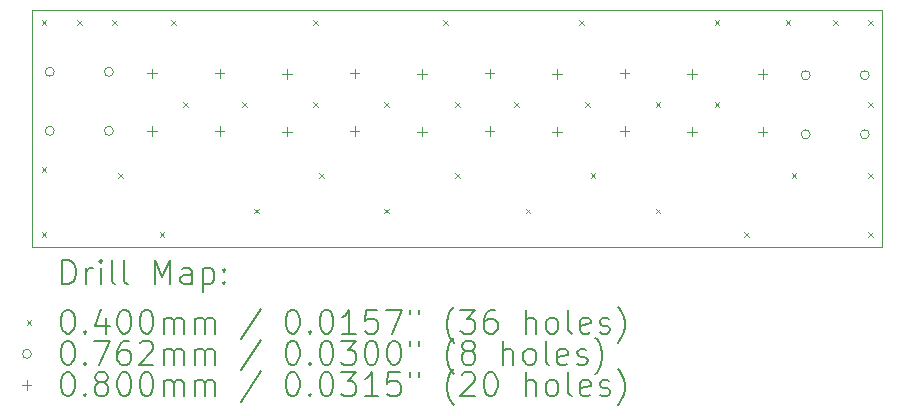
<source format=gbr>
%TF.GenerationSoftware,KiCad,Pcbnew,7.0.7*%
%TF.CreationDate,2023-10-22T19:41:07-04:00*%
%TF.ProjectId,CrystalFilterLarge,43727973-7461-46c4-9669-6c7465724c61,rev?*%
%TF.SameCoordinates,PXddf73b40PY3fe56c0*%
%TF.FileFunction,Drillmap*%
%TF.FilePolarity,Positive*%
%FSLAX45Y45*%
G04 Gerber Fmt 4.5, Leading zero omitted, Abs format (unit mm)*
G04 Created by KiCad (PCBNEW 7.0.7) date 2023-10-22 19:41:07*
%MOMM*%
%LPD*%
G01*
G04 APERTURE LIST*
%ADD10C,0.100000*%
%ADD11C,0.200000*%
%ADD12C,0.040000*%
%ADD13C,0.076200*%
%ADD14C,0.080000*%
G04 APERTURE END LIST*
D10*
X7200000Y-2000000D02*
X7200000Y0D01*
X0Y0D02*
X0Y-2000000D01*
X0Y-2000000D02*
X7200000Y-2000000D01*
X7200000Y0D02*
X0Y0D01*
D11*
D12*
X80000Y-80000D02*
X120000Y-120000D01*
X120000Y-80000D02*
X80000Y-120000D01*
X80000Y-1330000D02*
X120000Y-1370000D01*
X120000Y-1330000D02*
X80000Y-1370000D01*
X80000Y-1880000D02*
X120000Y-1920000D01*
X120000Y-1880000D02*
X80000Y-1920000D01*
X380000Y-80000D02*
X420000Y-120000D01*
X420000Y-80000D02*
X380000Y-120000D01*
X680000Y-80000D02*
X720000Y-120000D01*
X720000Y-80000D02*
X680000Y-120000D01*
X730000Y-1380000D02*
X770000Y-1420000D01*
X770000Y-1380000D02*
X730000Y-1420000D01*
X1080000Y-1880000D02*
X1120000Y-1920000D01*
X1120000Y-1880000D02*
X1080000Y-1920000D01*
X1180000Y-80000D02*
X1220000Y-120000D01*
X1220000Y-80000D02*
X1180000Y-120000D01*
X1280000Y-780000D02*
X1320000Y-820000D01*
X1320000Y-780000D02*
X1280000Y-820000D01*
X1780000Y-780000D02*
X1820000Y-820000D01*
X1820000Y-780000D02*
X1780000Y-820000D01*
X1880000Y-1680000D02*
X1920000Y-1720000D01*
X1920000Y-1680000D02*
X1880000Y-1720000D01*
X2380000Y-80000D02*
X2420000Y-120000D01*
X2420000Y-80000D02*
X2380000Y-120000D01*
X2380000Y-780000D02*
X2420000Y-820000D01*
X2420000Y-780000D02*
X2380000Y-820000D01*
X2430000Y-1380000D02*
X2470000Y-1420000D01*
X2470000Y-1380000D02*
X2430000Y-1420000D01*
X2980000Y-780000D02*
X3020000Y-820000D01*
X3020000Y-780000D02*
X2980000Y-820000D01*
X2980000Y-1680000D02*
X3020000Y-1720000D01*
X3020000Y-1680000D02*
X2980000Y-1720000D01*
X3480000Y-80000D02*
X3520000Y-120000D01*
X3520000Y-80000D02*
X3480000Y-120000D01*
X3580000Y-780000D02*
X3620000Y-820000D01*
X3620000Y-780000D02*
X3580000Y-820000D01*
X3580000Y-1380000D02*
X3620000Y-1420000D01*
X3620000Y-1380000D02*
X3580000Y-1420000D01*
X4080000Y-780000D02*
X4120000Y-820000D01*
X4120000Y-780000D02*
X4080000Y-820000D01*
X4180000Y-1680000D02*
X4220000Y-1720000D01*
X4220000Y-1680000D02*
X4180000Y-1720000D01*
X4630000Y-80000D02*
X4670000Y-120000D01*
X4670000Y-80000D02*
X4630000Y-120000D01*
X4680000Y-780000D02*
X4720000Y-820000D01*
X4720000Y-780000D02*
X4680000Y-820000D01*
X4730000Y-1380000D02*
X4770000Y-1420000D01*
X4770000Y-1380000D02*
X4730000Y-1420000D01*
X5280000Y-780000D02*
X5320000Y-820000D01*
X5320000Y-780000D02*
X5280000Y-820000D01*
X5280000Y-1680000D02*
X5320000Y-1720000D01*
X5320000Y-1680000D02*
X5280000Y-1720000D01*
X5780000Y-80000D02*
X5820000Y-120000D01*
X5820000Y-80000D02*
X5780000Y-120000D01*
X5780000Y-780000D02*
X5820000Y-820000D01*
X5820000Y-780000D02*
X5780000Y-820000D01*
X6030000Y-1880000D02*
X6070000Y-1920000D01*
X6070000Y-1880000D02*
X6030000Y-1920000D01*
X6380000Y-80000D02*
X6420000Y-120000D01*
X6420000Y-80000D02*
X6380000Y-120000D01*
X6430000Y-1380000D02*
X6470000Y-1420000D01*
X6470000Y-1380000D02*
X6430000Y-1420000D01*
X6780000Y-80000D02*
X6820000Y-120000D01*
X6820000Y-80000D02*
X6780000Y-120000D01*
X7080000Y-80000D02*
X7120000Y-120000D01*
X7120000Y-80000D02*
X7080000Y-120000D01*
X7080000Y-780000D02*
X7120000Y-820000D01*
X7120000Y-780000D02*
X7080000Y-820000D01*
X7080000Y-1380000D02*
X7120000Y-1420000D01*
X7120000Y-1380000D02*
X7080000Y-1420000D01*
X7080000Y-1880000D02*
X7120000Y-1920000D01*
X7120000Y-1880000D02*
X7080000Y-1920000D01*
D13*
X188100Y-520000D02*
G75*
G03*
X188100Y-520000I-38100J0D01*
G01*
X188100Y-1020000D02*
G75*
G03*
X188100Y-1020000I-38100J0D01*
G01*
X688100Y-520000D02*
G75*
G03*
X688100Y-520000I-38100J0D01*
G01*
X688100Y-1020000D02*
G75*
G03*
X688100Y-1020000I-38100J0D01*
G01*
X6588100Y-550000D02*
G75*
G03*
X6588100Y-550000I-38100J0D01*
G01*
X6588100Y-1050000D02*
G75*
G03*
X6588100Y-1050000I-38100J0D01*
G01*
X7088100Y-550000D02*
G75*
G03*
X7088100Y-550000I-38100J0D01*
G01*
X7088100Y-1050000D02*
G75*
G03*
X7088100Y-1050000I-38100J0D01*
G01*
D14*
X1016800Y-492800D02*
X1016800Y-572800D01*
X976800Y-532800D02*
X1056800Y-532800D01*
X1016800Y-982800D02*
X1016800Y-1062800D01*
X976800Y-1022800D02*
X1056800Y-1022800D01*
X1588300Y-492800D02*
X1588300Y-572800D01*
X1548300Y-532800D02*
X1628300Y-532800D01*
X1588300Y-982800D02*
X1588300Y-1062800D01*
X1548300Y-1022800D02*
X1628300Y-1022800D01*
X2159800Y-497800D02*
X2159800Y-577800D01*
X2119800Y-537800D02*
X2199800Y-537800D01*
X2159800Y-987800D02*
X2159800Y-1067800D01*
X2119800Y-1027800D02*
X2199800Y-1027800D01*
X2731300Y-492800D02*
X2731300Y-572800D01*
X2691300Y-532800D02*
X2771300Y-532800D01*
X2731300Y-982800D02*
X2731300Y-1062800D01*
X2691300Y-1022800D02*
X2771300Y-1022800D01*
X3302800Y-497800D02*
X3302800Y-577800D01*
X3262800Y-537800D02*
X3342800Y-537800D01*
X3302800Y-987800D02*
X3302800Y-1067800D01*
X3262800Y-1027800D02*
X3342800Y-1027800D01*
X3874300Y-492800D02*
X3874300Y-572800D01*
X3834300Y-532800D02*
X3914300Y-532800D01*
X3874300Y-982800D02*
X3874300Y-1062800D01*
X3834300Y-1022800D02*
X3914300Y-1022800D01*
X4445800Y-497800D02*
X4445800Y-577800D01*
X4405800Y-537800D02*
X4485800Y-537800D01*
X4445800Y-987800D02*
X4445800Y-1067800D01*
X4405800Y-1027800D02*
X4485800Y-1027800D01*
X5017300Y-492800D02*
X5017300Y-572800D01*
X4977300Y-532800D02*
X5057300Y-532800D01*
X5017300Y-982800D02*
X5017300Y-1062800D01*
X4977300Y-1022800D02*
X5057300Y-1022800D01*
X5588800Y-497800D02*
X5588800Y-577800D01*
X5548800Y-537800D02*
X5628800Y-537800D01*
X5588800Y-987800D02*
X5588800Y-1067800D01*
X5548800Y-1027800D02*
X5628800Y-1027800D01*
X6185700Y-497800D02*
X6185700Y-577800D01*
X6145700Y-537800D02*
X6225700Y-537800D01*
X6185700Y-987800D02*
X6185700Y-1067800D01*
X6145700Y-1027800D02*
X6225700Y-1027800D01*
D11*
X255777Y-2316484D02*
X255777Y-2116484D01*
X255777Y-2116484D02*
X303396Y-2116484D01*
X303396Y-2116484D02*
X331967Y-2126008D01*
X331967Y-2126008D02*
X351015Y-2145055D01*
X351015Y-2145055D02*
X360539Y-2164103D01*
X360539Y-2164103D02*
X370063Y-2202198D01*
X370063Y-2202198D02*
X370063Y-2230770D01*
X370063Y-2230770D02*
X360539Y-2268865D01*
X360539Y-2268865D02*
X351015Y-2287912D01*
X351015Y-2287912D02*
X331967Y-2306960D01*
X331967Y-2306960D02*
X303396Y-2316484D01*
X303396Y-2316484D02*
X255777Y-2316484D01*
X455777Y-2316484D02*
X455777Y-2183150D01*
X455777Y-2221246D02*
X465301Y-2202198D01*
X465301Y-2202198D02*
X474824Y-2192674D01*
X474824Y-2192674D02*
X493872Y-2183150D01*
X493872Y-2183150D02*
X512920Y-2183150D01*
X579586Y-2316484D02*
X579586Y-2183150D01*
X579586Y-2116484D02*
X570063Y-2126008D01*
X570063Y-2126008D02*
X579586Y-2135531D01*
X579586Y-2135531D02*
X589110Y-2126008D01*
X589110Y-2126008D02*
X579586Y-2116484D01*
X579586Y-2116484D02*
X579586Y-2135531D01*
X703396Y-2316484D02*
X684348Y-2306960D01*
X684348Y-2306960D02*
X674825Y-2287912D01*
X674825Y-2287912D02*
X674825Y-2116484D01*
X808158Y-2316484D02*
X789110Y-2306960D01*
X789110Y-2306960D02*
X779586Y-2287912D01*
X779586Y-2287912D02*
X779586Y-2116484D01*
X1036729Y-2316484D02*
X1036729Y-2116484D01*
X1036729Y-2116484D02*
X1103396Y-2259341D01*
X1103396Y-2259341D02*
X1170063Y-2116484D01*
X1170063Y-2116484D02*
X1170063Y-2316484D01*
X1351015Y-2316484D02*
X1351015Y-2211722D01*
X1351015Y-2211722D02*
X1341491Y-2192674D01*
X1341491Y-2192674D02*
X1322444Y-2183150D01*
X1322444Y-2183150D02*
X1284348Y-2183150D01*
X1284348Y-2183150D02*
X1265301Y-2192674D01*
X1351015Y-2306960D02*
X1331967Y-2316484D01*
X1331967Y-2316484D02*
X1284348Y-2316484D01*
X1284348Y-2316484D02*
X1265301Y-2306960D01*
X1265301Y-2306960D02*
X1255777Y-2287912D01*
X1255777Y-2287912D02*
X1255777Y-2268865D01*
X1255777Y-2268865D02*
X1265301Y-2249817D01*
X1265301Y-2249817D02*
X1284348Y-2240293D01*
X1284348Y-2240293D02*
X1331967Y-2240293D01*
X1331967Y-2240293D02*
X1351015Y-2230770D01*
X1446253Y-2183150D02*
X1446253Y-2383150D01*
X1446253Y-2192674D02*
X1465301Y-2183150D01*
X1465301Y-2183150D02*
X1503396Y-2183150D01*
X1503396Y-2183150D02*
X1522444Y-2192674D01*
X1522444Y-2192674D02*
X1531967Y-2202198D01*
X1531967Y-2202198D02*
X1541491Y-2221246D01*
X1541491Y-2221246D02*
X1541491Y-2278389D01*
X1541491Y-2278389D02*
X1531967Y-2297436D01*
X1531967Y-2297436D02*
X1522444Y-2306960D01*
X1522444Y-2306960D02*
X1503396Y-2316484D01*
X1503396Y-2316484D02*
X1465301Y-2316484D01*
X1465301Y-2316484D02*
X1446253Y-2306960D01*
X1627205Y-2297436D02*
X1636729Y-2306960D01*
X1636729Y-2306960D02*
X1627205Y-2316484D01*
X1627205Y-2316484D02*
X1617682Y-2306960D01*
X1617682Y-2306960D02*
X1627205Y-2297436D01*
X1627205Y-2297436D02*
X1627205Y-2316484D01*
X1627205Y-2192674D02*
X1636729Y-2202198D01*
X1636729Y-2202198D02*
X1627205Y-2211722D01*
X1627205Y-2211722D02*
X1617682Y-2202198D01*
X1617682Y-2202198D02*
X1627205Y-2192674D01*
X1627205Y-2192674D02*
X1627205Y-2211722D01*
D12*
X-45000Y-2625000D02*
X-5000Y-2665000D01*
X-5000Y-2625000D02*
X-45000Y-2665000D01*
D11*
X293872Y-2536484D02*
X312920Y-2536484D01*
X312920Y-2536484D02*
X331967Y-2546008D01*
X331967Y-2546008D02*
X341491Y-2555531D01*
X341491Y-2555531D02*
X351015Y-2574579D01*
X351015Y-2574579D02*
X360539Y-2612674D01*
X360539Y-2612674D02*
X360539Y-2660293D01*
X360539Y-2660293D02*
X351015Y-2698389D01*
X351015Y-2698389D02*
X341491Y-2717436D01*
X341491Y-2717436D02*
X331967Y-2726960D01*
X331967Y-2726960D02*
X312920Y-2736484D01*
X312920Y-2736484D02*
X293872Y-2736484D01*
X293872Y-2736484D02*
X274825Y-2726960D01*
X274825Y-2726960D02*
X265301Y-2717436D01*
X265301Y-2717436D02*
X255777Y-2698389D01*
X255777Y-2698389D02*
X246253Y-2660293D01*
X246253Y-2660293D02*
X246253Y-2612674D01*
X246253Y-2612674D02*
X255777Y-2574579D01*
X255777Y-2574579D02*
X265301Y-2555531D01*
X265301Y-2555531D02*
X274825Y-2546008D01*
X274825Y-2546008D02*
X293872Y-2536484D01*
X446253Y-2717436D02*
X455777Y-2726960D01*
X455777Y-2726960D02*
X446253Y-2736484D01*
X446253Y-2736484D02*
X436729Y-2726960D01*
X436729Y-2726960D02*
X446253Y-2717436D01*
X446253Y-2717436D02*
X446253Y-2736484D01*
X627206Y-2603150D02*
X627206Y-2736484D01*
X579586Y-2526960D02*
X531967Y-2669817D01*
X531967Y-2669817D02*
X655777Y-2669817D01*
X770063Y-2536484D02*
X789110Y-2536484D01*
X789110Y-2536484D02*
X808158Y-2546008D01*
X808158Y-2546008D02*
X817682Y-2555531D01*
X817682Y-2555531D02*
X827205Y-2574579D01*
X827205Y-2574579D02*
X836729Y-2612674D01*
X836729Y-2612674D02*
X836729Y-2660293D01*
X836729Y-2660293D02*
X827205Y-2698389D01*
X827205Y-2698389D02*
X817682Y-2717436D01*
X817682Y-2717436D02*
X808158Y-2726960D01*
X808158Y-2726960D02*
X789110Y-2736484D01*
X789110Y-2736484D02*
X770063Y-2736484D01*
X770063Y-2736484D02*
X751015Y-2726960D01*
X751015Y-2726960D02*
X741491Y-2717436D01*
X741491Y-2717436D02*
X731967Y-2698389D01*
X731967Y-2698389D02*
X722444Y-2660293D01*
X722444Y-2660293D02*
X722444Y-2612674D01*
X722444Y-2612674D02*
X731967Y-2574579D01*
X731967Y-2574579D02*
X741491Y-2555531D01*
X741491Y-2555531D02*
X751015Y-2546008D01*
X751015Y-2546008D02*
X770063Y-2536484D01*
X960539Y-2536484D02*
X979586Y-2536484D01*
X979586Y-2536484D02*
X998634Y-2546008D01*
X998634Y-2546008D02*
X1008158Y-2555531D01*
X1008158Y-2555531D02*
X1017682Y-2574579D01*
X1017682Y-2574579D02*
X1027205Y-2612674D01*
X1027205Y-2612674D02*
X1027205Y-2660293D01*
X1027205Y-2660293D02*
X1017682Y-2698389D01*
X1017682Y-2698389D02*
X1008158Y-2717436D01*
X1008158Y-2717436D02*
X998634Y-2726960D01*
X998634Y-2726960D02*
X979586Y-2736484D01*
X979586Y-2736484D02*
X960539Y-2736484D01*
X960539Y-2736484D02*
X941491Y-2726960D01*
X941491Y-2726960D02*
X931967Y-2717436D01*
X931967Y-2717436D02*
X922444Y-2698389D01*
X922444Y-2698389D02*
X912920Y-2660293D01*
X912920Y-2660293D02*
X912920Y-2612674D01*
X912920Y-2612674D02*
X922444Y-2574579D01*
X922444Y-2574579D02*
X931967Y-2555531D01*
X931967Y-2555531D02*
X941491Y-2546008D01*
X941491Y-2546008D02*
X960539Y-2536484D01*
X1112920Y-2736484D02*
X1112920Y-2603150D01*
X1112920Y-2622198D02*
X1122444Y-2612674D01*
X1122444Y-2612674D02*
X1141491Y-2603150D01*
X1141491Y-2603150D02*
X1170063Y-2603150D01*
X1170063Y-2603150D02*
X1189110Y-2612674D01*
X1189110Y-2612674D02*
X1198634Y-2631722D01*
X1198634Y-2631722D02*
X1198634Y-2736484D01*
X1198634Y-2631722D02*
X1208158Y-2612674D01*
X1208158Y-2612674D02*
X1227206Y-2603150D01*
X1227206Y-2603150D02*
X1255777Y-2603150D01*
X1255777Y-2603150D02*
X1274825Y-2612674D01*
X1274825Y-2612674D02*
X1284348Y-2631722D01*
X1284348Y-2631722D02*
X1284348Y-2736484D01*
X1379587Y-2736484D02*
X1379587Y-2603150D01*
X1379587Y-2622198D02*
X1389110Y-2612674D01*
X1389110Y-2612674D02*
X1408158Y-2603150D01*
X1408158Y-2603150D02*
X1436729Y-2603150D01*
X1436729Y-2603150D02*
X1455777Y-2612674D01*
X1455777Y-2612674D02*
X1465301Y-2631722D01*
X1465301Y-2631722D02*
X1465301Y-2736484D01*
X1465301Y-2631722D02*
X1474825Y-2612674D01*
X1474825Y-2612674D02*
X1493872Y-2603150D01*
X1493872Y-2603150D02*
X1522444Y-2603150D01*
X1522444Y-2603150D02*
X1541491Y-2612674D01*
X1541491Y-2612674D02*
X1551015Y-2631722D01*
X1551015Y-2631722D02*
X1551015Y-2736484D01*
X1941491Y-2526960D02*
X1770063Y-2784103D01*
X2198634Y-2536484D02*
X2217682Y-2536484D01*
X2217682Y-2536484D02*
X2236730Y-2546008D01*
X2236730Y-2546008D02*
X2246253Y-2555531D01*
X2246253Y-2555531D02*
X2255777Y-2574579D01*
X2255777Y-2574579D02*
X2265301Y-2612674D01*
X2265301Y-2612674D02*
X2265301Y-2660293D01*
X2265301Y-2660293D02*
X2255777Y-2698389D01*
X2255777Y-2698389D02*
X2246253Y-2717436D01*
X2246253Y-2717436D02*
X2236730Y-2726960D01*
X2236730Y-2726960D02*
X2217682Y-2736484D01*
X2217682Y-2736484D02*
X2198634Y-2736484D01*
X2198634Y-2736484D02*
X2179587Y-2726960D01*
X2179587Y-2726960D02*
X2170063Y-2717436D01*
X2170063Y-2717436D02*
X2160539Y-2698389D01*
X2160539Y-2698389D02*
X2151015Y-2660293D01*
X2151015Y-2660293D02*
X2151015Y-2612674D01*
X2151015Y-2612674D02*
X2160539Y-2574579D01*
X2160539Y-2574579D02*
X2170063Y-2555531D01*
X2170063Y-2555531D02*
X2179587Y-2546008D01*
X2179587Y-2546008D02*
X2198634Y-2536484D01*
X2351015Y-2717436D02*
X2360539Y-2726960D01*
X2360539Y-2726960D02*
X2351015Y-2736484D01*
X2351015Y-2736484D02*
X2341491Y-2726960D01*
X2341491Y-2726960D02*
X2351015Y-2717436D01*
X2351015Y-2717436D02*
X2351015Y-2736484D01*
X2484349Y-2536484D02*
X2503396Y-2536484D01*
X2503396Y-2536484D02*
X2522444Y-2546008D01*
X2522444Y-2546008D02*
X2531968Y-2555531D01*
X2531968Y-2555531D02*
X2541491Y-2574579D01*
X2541491Y-2574579D02*
X2551015Y-2612674D01*
X2551015Y-2612674D02*
X2551015Y-2660293D01*
X2551015Y-2660293D02*
X2541491Y-2698389D01*
X2541491Y-2698389D02*
X2531968Y-2717436D01*
X2531968Y-2717436D02*
X2522444Y-2726960D01*
X2522444Y-2726960D02*
X2503396Y-2736484D01*
X2503396Y-2736484D02*
X2484349Y-2736484D01*
X2484349Y-2736484D02*
X2465301Y-2726960D01*
X2465301Y-2726960D02*
X2455777Y-2717436D01*
X2455777Y-2717436D02*
X2446253Y-2698389D01*
X2446253Y-2698389D02*
X2436730Y-2660293D01*
X2436730Y-2660293D02*
X2436730Y-2612674D01*
X2436730Y-2612674D02*
X2446253Y-2574579D01*
X2446253Y-2574579D02*
X2455777Y-2555531D01*
X2455777Y-2555531D02*
X2465301Y-2546008D01*
X2465301Y-2546008D02*
X2484349Y-2536484D01*
X2741491Y-2736484D02*
X2627206Y-2736484D01*
X2684349Y-2736484D02*
X2684349Y-2536484D01*
X2684349Y-2536484D02*
X2665301Y-2565055D01*
X2665301Y-2565055D02*
X2646253Y-2584103D01*
X2646253Y-2584103D02*
X2627206Y-2593627D01*
X2922444Y-2536484D02*
X2827206Y-2536484D01*
X2827206Y-2536484D02*
X2817682Y-2631722D01*
X2817682Y-2631722D02*
X2827206Y-2622198D01*
X2827206Y-2622198D02*
X2846253Y-2612674D01*
X2846253Y-2612674D02*
X2893872Y-2612674D01*
X2893872Y-2612674D02*
X2912920Y-2622198D01*
X2912920Y-2622198D02*
X2922444Y-2631722D01*
X2922444Y-2631722D02*
X2931968Y-2650770D01*
X2931968Y-2650770D02*
X2931968Y-2698389D01*
X2931968Y-2698389D02*
X2922444Y-2717436D01*
X2922444Y-2717436D02*
X2912920Y-2726960D01*
X2912920Y-2726960D02*
X2893872Y-2736484D01*
X2893872Y-2736484D02*
X2846253Y-2736484D01*
X2846253Y-2736484D02*
X2827206Y-2726960D01*
X2827206Y-2726960D02*
X2817682Y-2717436D01*
X2998634Y-2536484D02*
X3131968Y-2536484D01*
X3131968Y-2536484D02*
X3046253Y-2736484D01*
X3198634Y-2536484D02*
X3198634Y-2574579D01*
X3274825Y-2536484D02*
X3274825Y-2574579D01*
X3570063Y-2812674D02*
X3560539Y-2803150D01*
X3560539Y-2803150D02*
X3541491Y-2774579D01*
X3541491Y-2774579D02*
X3531968Y-2755531D01*
X3531968Y-2755531D02*
X3522444Y-2726960D01*
X3522444Y-2726960D02*
X3512920Y-2679341D01*
X3512920Y-2679341D02*
X3512920Y-2641246D01*
X3512920Y-2641246D02*
X3522444Y-2593627D01*
X3522444Y-2593627D02*
X3531968Y-2565055D01*
X3531968Y-2565055D02*
X3541491Y-2546008D01*
X3541491Y-2546008D02*
X3560539Y-2517436D01*
X3560539Y-2517436D02*
X3570063Y-2507912D01*
X3627206Y-2536484D02*
X3751015Y-2536484D01*
X3751015Y-2536484D02*
X3684349Y-2612674D01*
X3684349Y-2612674D02*
X3712920Y-2612674D01*
X3712920Y-2612674D02*
X3731968Y-2622198D01*
X3731968Y-2622198D02*
X3741491Y-2631722D01*
X3741491Y-2631722D02*
X3751015Y-2650770D01*
X3751015Y-2650770D02*
X3751015Y-2698389D01*
X3751015Y-2698389D02*
X3741491Y-2717436D01*
X3741491Y-2717436D02*
X3731968Y-2726960D01*
X3731968Y-2726960D02*
X3712920Y-2736484D01*
X3712920Y-2736484D02*
X3655777Y-2736484D01*
X3655777Y-2736484D02*
X3636730Y-2726960D01*
X3636730Y-2726960D02*
X3627206Y-2717436D01*
X3922444Y-2536484D02*
X3884349Y-2536484D01*
X3884349Y-2536484D02*
X3865301Y-2546008D01*
X3865301Y-2546008D02*
X3855777Y-2555531D01*
X3855777Y-2555531D02*
X3836730Y-2584103D01*
X3836730Y-2584103D02*
X3827206Y-2622198D01*
X3827206Y-2622198D02*
X3827206Y-2698389D01*
X3827206Y-2698389D02*
X3836730Y-2717436D01*
X3836730Y-2717436D02*
X3846253Y-2726960D01*
X3846253Y-2726960D02*
X3865301Y-2736484D01*
X3865301Y-2736484D02*
X3903396Y-2736484D01*
X3903396Y-2736484D02*
X3922444Y-2726960D01*
X3922444Y-2726960D02*
X3931968Y-2717436D01*
X3931968Y-2717436D02*
X3941491Y-2698389D01*
X3941491Y-2698389D02*
X3941491Y-2650770D01*
X3941491Y-2650770D02*
X3931968Y-2631722D01*
X3931968Y-2631722D02*
X3922444Y-2622198D01*
X3922444Y-2622198D02*
X3903396Y-2612674D01*
X3903396Y-2612674D02*
X3865301Y-2612674D01*
X3865301Y-2612674D02*
X3846253Y-2622198D01*
X3846253Y-2622198D02*
X3836730Y-2631722D01*
X3836730Y-2631722D02*
X3827206Y-2650770D01*
X4179587Y-2736484D02*
X4179587Y-2536484D01*
X4265301Y-2736484D02*
X4265301Y-2631722D01*
X4265301Y-2631722D02*
X4255777Y-2612674D01*
X4255777Y-2612674D02*
X4236730Y-2603150D01*
X4236730Y-2603150D02*
X4208158Y-2603150D01*
X4208158Y-2603150D02*
X4189111Y-2612674D01*
X4189111Y-2612674D02*
X4179587Y-2622198D01*
X4389111Y-2736484D02*
X4370063Y-2726960D01*
X4370063Y-2726960D02*
X4360539Y-2717436D01*
X4360539Y-2717436D02*
X4351015Y-2698389D01*
X4351015Y-2698389D02*
X4351015Y-2641246D01*
X4351015Y-2641246D02*
X4360539Y-2622198D01*
X4360539Y-2622198D02*
X4370063Y-2612674D01*
X4370063Y-2612674D02*
X4389111Y-2603150D01*
X4389111Y-2603150D02*
X4417682Y-2603150D01*
X4417682Y-2603150D02*
X4436730Y-2612674D01*
X4436730Y-2612674D02*
X4446254Y-2622198D01*
X4446254Y-2622198D02*
X4455777Y-2641246D01*
X4455777Y-2641246D02*
X4455777Y-2698389D01*
X4455777Y-2698389D02*
X4446254Y-2717436D01*
X4446254Y-2717436D02*
X4436730Y-2726960D01*
X4436730Y-2726960D02*
X4417682Y-2736484D01*
X4417682Y-2736484D02*
X4389111Y-2736484D01*
X4570063Y-2736484D02*
X4551015Y-2726960D01*
X4551015Y-2726960D02*
X4541492Y-2707912D01*
X4541492Y-2707912D02*
X4541492Y-2536484D01*
X4722444Y-2726960D02*
X4703396Y-2736484D01*
X4703396Y-2736484D02*
X4665301Y-2736484D01*
X4665301Y-2736484D02*
X4646254Y-2726960D01*
X4646254Y-2726960D02*
X4636730Y-2707912D01*
X4636730Y-2707912D02*
X4636730Y-2631722D01*
X4636730Y-2631722D02*
X4646254Y-2612674D01*
X4646254Y-2612674D02*
X4665301Y-2603150D01*
X4665301Y-2603150D02*
X4703396Y-2603150D01*
X4703396Y-2603150D02*
X4722444Y-2612674D01*
X4722444Y-2612674D02*
X4731968Y-2631722D01*
X4731968Y-2631722D02*
X4731968Y-2650770D01*
X4731968Y-2650770D02*
X4636730Y-2669817D01*
X4808158Y-2726960D02*
X4827206Y-2736484D01*
X4827206Y-2736484D02*
X4865301Y-2736484D01*
X4865301Y-2736484D02*
X4884349Y-2726960D01*
X4884349Y-2726960D02*
X4893873Y-2707912D01*
X4893873Y-2707912D02*
X4893873Y-2698389D01*
X4893873Y-2698389D02*
X4884349Y-2679341D01*
X4884349Y-2679341D02*
X4865301Y-2669817D01*
X4865301Y-2669817D02*
X4836730Y-2669817D01*
X4836730Y-2669817D02*
X4817682Y-2660293D01*
X4817682Y-2660293D02*
X4808158Y-2641246D01*
X4808158Y-2641246D02*
X4808158Y-2631722D01*
X4808158Y-2631722D02*
X4817682Y-2612674D01*
X4817682Y-2612674D02*
X4836730Y-2603150D01*
X4836730Y-2603150D02*
X4865301Y-2603150D01*
X4865301Y-2603150D02*
X4884349Y-2612674D01*
X4960539Y-2812674D02*
X4970063Y-2803150D01*
X4970063Y-2803150D02*
X4989111Y-2774579D01*
X4989111Y-2774579D02*
X4998635Y-2755531D01*
X4998635Y-2755531D02*
X5008158Y-2726960D01*
X5008158Y-2726960D02*
X5017682Y-2679341D01*
X5017682Y-2679341D02*
X5017682Y-2641246D01*
X5017682Y-2641246D02*
X5008158Y-2593627D01*
X5008158Y-2593627D02*
X4998635Y-2565055D01*
X4998635Y-2565055D02*
X4989111Y-2546008D01*
X4989111Y-2546008D02*
X4970063Y-2517436D01*
X4970063Y-2517436D02*
X4960539Y-2507912D01*
D13*
X-5000Y-2909000D02*
G75*
G03*
X-5000Y-2909000I-38100J0D01*
G01*
D11*
X293872Y-2800484D02*
X312920Y-2800484D01*
X312920Y-2800484D02*
X331967Y-2810008D01*
X331967Y-2810008D02*
X341491Y-2819531D01*
X341491Y-2819531D02*
X351015Y-2838579D01*
X351015Y-2838579D02*
X360539Y-2876674D01*
X360539Y-2876674D02*
X360539Y-2924293D01*
X360539Y-2924293D02*
X351015Y-2962388D01*
X351015Y-2962388D02*
X341491Y-2981436D01*
X341491Y-2981436D02*
X331967Y-2990960D01*
X331967Y-2990960D02*
X312920Y-3000484D01*
X312920Y-3000484D02*
X293872Y-3000484D01*
X293872Y-3000484D02*
X274825Y-2990960D01*
X274825Y-2990960D02*
X265301Y-2981436D01*
X265301Y-2981436D02*
X255777Y-2962388D01*
X255777Y-2962388D02*
X246253Y-2924293D01*
X246253Y-2924293D02*
X246253Y-2876674D01*
X246253Y-2876674D02*
X255777Y-2838579D01*
X255777Y-2838579D02*
X265301Y-2819531D01*
X265301Y-2819531D02*
X274825Y-2810008D01*
X274825Y-2810008D02*
X293872Y-2800484D01*
X446253Y-2981436D02*
X455777Y-2990960D01*
X455777Y-2990960D02*
X446253Y-3000484D01*
X446253Y-3000484D02*
X436729Y-2990960D01*
X436729Y-2990960D02*
X446253Y-2981436D01*
X446253Y-2981436D02*
X446253Y-3000484D01*
X522444Y-2800484D02*
X655777Y-2800484D01*
X655777Y-2800484D02*
X570063Y-3000484D01*
X817682Y-2800484D02*
X779586Y-2800484D01*
X779586Y-2800484D02*
X760539Y-2810008D01*
X760539Y-2810008D02*
X751015Y-2819531D01*
X751015Y-2819531D02*
X731967Y-2848103D01*
X731967Y-2848103D02*
X722444Y-2886198D01*
X722444Y-2886198D02*
X722444Y-2962388D01*
X722444Y-2962388D02*
X731967Y-2981436D01*
X731967Y-2981436D02*
X741491Y-2990960D01*
X741491Y-2990960D02*
X760539Y-3000484D01*
X760539Y-3000484D02*
X798634Y-3000484D01*
X798634Y-3000484D02*
X817682Y-2990960D01*
X817682Y-2990960D02*
X827205Y-2981436D01*
X827205Y-2981436D02*
X836729Y-2962388D01*
X836729Y-2962388D02*
X836729Y-2914769D01*
X836729Y-2914769D02*
X827205Y-2895722D01*
X827205Y-2895722D02*
X817682Y-2886198D01*
X817682Y-2886198D02*
X798634Y-2876674D01*
X798634Y-2876674D02*
X760539Y-2876674D01*
X760539Y-2876674D02*
X741491Y-2886198D01*
X741491Y-2886198D02*
X731967Y-2895722D01*
X731967Y-2895722D02*
X722444Y-2914769D01*
X912920Y-2819531D02*
X922444Y-2810008D01*
X922444Y-2810008D02*
X941491Y-2800484D01*
X941491Y-2800484D02*
X989110Y-2800484D01*
X989110Y-2800484D02*
X1008158Y-2810008D01*
X1008158Y-2810008D02*
X1017682Y-2819531D01*
X1017682Y-2819531D02*
X1027205Y-2838579D01*
X1027205Y-2838579D02*
X1027205Y-2857627D01*
X1027205Y-2857627D02*
X1017682Y-2886198D01*
X1017682Y-2886198D02*
X903396Y-3000484D01*
X903396Y-3000484D02*
X1027205Y-3000484D01*
X1112920Y-3000484D02*
X1112920Y-2867150D01*
X1112920Y-2886198D02*
X1122444Y-2876674D01*
X1122444Y-2876674D02*
X1141491Y-2867150D01*
X1141491Y-2867150D02*
X1170063Y-2867150D01*
X1170063Y-2867150D02*
X1189110Y-2876674D01*
X1189110Y-2876674D02*
X1198634Y-2895722D01*
X1198634Y-2895722D02*
X1198634Y-3000484D01*
X1198634Y-2895722D02*
X1208158Y-2876674D01*
X1208158Y-2876674D02*
X1227206Y-2867150D01*
X1227206Y-2867150D02*
X1255777Y-2867150D01*
X1255777Y-2867150D02*
X1274825Y-2876674D01*
X1274825Y-2876674D02*
X1284348Y-2895722D01*
X1284348Y-2895722D02*
X1284348Y-3000484D01*
X1379587Y-3000484D02*
X1379587Y-2867150D01*
X1379587Y-2886198D02*
X1389110Y-2876674D01*
X1389110Y-2876674D02*
X1408158Y-2867150D01*
X1408158Y-2867150D02*
X1436729Y-2867150D01*
X1436729Y-2867150D02*
X1455777Y-2876674D01*
X1455777Y-2876674D02*
X1465301Y-2895722D01*
X1465301Y-2895722D02*
X1465301Y-3000484D01*
X1465301Y-2895722D02*
X1474825Y-2876674D01*
X1474825Y-2876674D02*
X1493872Y-2867150D01*
X1493872Y-2867150D02*
X1522444Y-2867150D01*
X1522444Y-2867150D02*
X1541491Y-2876674D01*
X1541491Y-2876674D02*
X1551015Y-2895722D01*
X1551015Y-2895722D02*
X1551015Y-3000484D01*
X1941491Y-2790960D02*
X1770063Y-3048103D01*
X2198634Y-2800484D02*
X2217682Y-2800484D01*
X2217682Y-2800484D02*
X2236730Y-2810008D01*
X2236730Y-2810008D02*
X2246253Y-2819531D01*
X2246253Y-2819531D02*
X2255777Y-2838579D01*
X2255777Y-2838579D02*
X2265301Y-2876674D01*
X2265301Y-2876674D02*
X2265301Y-2924293D01*
X2265301Y-2924293D02*
X2255777Y-2962388D01*
X2255777Y-2962388D02*
X2246253Y-2981436D01*
X2246253Y-2981436D02*
X2236730Y-2990960D01*
X2236730Y-2990960D02*
X2217682Y-3000484D01*
X2217682Y-3000484D02*
X2198634Y-3000484D01*
X2198634Y-3000484D02*
X2179587Y-2990960D01*
X2179587Y-2990960D02*
X2170063Y-2981436D01*
X2170063Y-2981436D02*
X2160539Y-2962388D01*
X2160539Y-2962388D02*
X2151015Y-2924293D01*
X2151015Y-2924293D02*
X2151015Y-2876674D01*
X2151015Y-2876674D02*
X2160539Y-2838579D01*
X2160539Y-2838579D02*
X2170063Y-2819531D01*
X2170063Y-2819531D02*
X2179587Y-2810008D01*
X2179587Y-2810008D02*
X2198634Y-2800484D01*
X2351015Y-2981436D02*
X2360539Y-2990960D01*
X2360539Y-2990960D02*
X2351015Y-3000484D01*
X2351015Y-3000484D02*
X2341491Y-2990960D01*
X2341491Y-2990960D02*
X2351015Y-2981436D01*
X2351015Y-2981436D02*
X2351015Y-3000484D01*
X2484349Y-2800484D02*
X2503396Y-2800484D01*
X2503396Y-2800484D02*
X2522444Y-2810008D01*
X2522444Y-2810008D02*
X2531968Y-2819531D01*
X2531968Y-2819531D02*
X2541491Y-2838579D01*
X2541491Y-2838579D02*
X2551015Y-2876674D01*
X2551015Y-2876674D02*
X2551015Y-2924293D01*
X2551015Y-2924293D02*
X2541491Y-2962388D01*
X2541491Y-2962388D02*
X2531968Y-2981436D01*
X2531968Y-2981436D02*
X2522444Y-2990960D01*
X2522444Y-2990960D02*
X2503396Y-3000484D01*
X2503396Y-3000484D02*
X2484349Y-3000484D01*
X2484349Y-3000484D02*
X2465301Y-2990960D01*
X2465301Y-2990960D02*
X2455777Y-2981436D01*
X2455777Y-2981436D02*
X2446253Y-2962388D01*
X2446253Y-2962388D02*
X2436730Y-2924293D01*
X2436730Y-2924293D02*
X2436730Y-2876674D01*
X2436730Y-2876674D02*
X2446253Y-2838579D01*
X2446253Y-2838579D02*
X2455777Y-2819531D01*
X2455777Y-2819531D02*
X2465301Y-2810008D01*
X2465301Y-2810008D02*
X2484349Y-2800484D01*
X2617682Y-2800484D02*
X2741491Y-2800484D01*
X2741491Y-2800484D02*
X2674825Y-2876674D01*
X2674825Y-2876674D02*
X2703396Y-2876674D01*
X2703396Y-2876674D02*
X2722444Y-2886198D01*
X2722444Y-2886198D02*
X2731968Y-2895722D01*
X2731968Y-2895722D02*
X2741491Y-2914769D01*
X2741491Y-2914769D02*
X2741491Y-2962388D01*
X2741491Y-2962388D02*
X2731968Y-2981436D01*
X2731968Y-2981436D02*
X2722444Y-2990960D01*
X2722444Y-2990960D02*
X2703396Y-3000484D01*
X2703396Y-3000484D02*
X2646253Y-3000484D01*
X2646253Y-3000484D02*
X2627206Y-2990960D01*
X2627206Y-2990960D02*
X2617682Y-2981436D01*
X2865301Y-2800484D02*
X2884349Y-2800484D01*
X2884349Y-2800484D02*
X2903396Y-2810008D01*
X2903396Y-2810008D02*
X2912920Y-2819531D01*
X2912920Y-2819531D02*
X2922444Y-2838579D01*
X2922444Y-2838579D02*
X2931968Y-2876674D01*
X2931968Y-2876674D02*
X2931968Y-2924293D01*
X2931968Y-2924293D02*
X2922444Y-2962388D01*
X2922444Y-2962388D02*
X2912920Y-2981436D01*
X2912920Y-2981436D02*
X2903396Y-2990960D01*
X2903396Y-2990960D02*
X2884349Y-3000484D01*
X2884349Y-3000484D02*
X2865301Y-3000484D01*
X2865301Y-3000484D02*
X2846253Y-2990960D01*
X2846253Y-2990960D02*
X2836729Y-2981436D01*
X2836729Y-2981436D02*
X2827206Y-2962388D01*
X2827206Y-2962388D02*
X2817682Y-2924293D01*
X2817682Y-2924293D02*
X2817682Y-2876674D01*
X2817682Y-2876674D02*
X2827206Y-2838579D01*
X2827206Y-2838579D02*
X2836729Y-2819531D01*
X2836729Y-2819531D02*
X2846253Y-2810008D01*
X2846253Y-2810008D02*
X2865301Y-2800484D01*
X3055777Y-2800484D02*
X3074825Y-2800484D01*
X3074825Y-2800484D02*
X3093872Y-2810008D01*
X3093872Y-2810008D02*
X3103396Y-2819531D01*
X3103396Y-2819531D02*
X3112920Y-2838579D01*
X3112920Y-2838579D02*
X3122444Y-2876674D01*
X3122444Y-2876674D02*
X3122444Y-2924293D01*
X3122444Y-2924293D02*
X3112920Y-2962388D01*
X3112920Y-2962388D02*
X3103396Y-2981436D01*
X3103396Y-2981436D02*
X3093872Y-2990960D01*
X3093872Y-2990960D02*
X3074825Y-3000484D01*
X3074825Y-3000484D02*
X3055777Y-3000484D01*
X3055777Y-3000484D02*
X3036729Y-2990960D01*
X3036729Y-2990960D02*
X3027206Y-2981436D01*
X3027206Y-2981436D02*
X3017682Y-2962388D01*
X3017682Y-2962388D02*
X3008158Y-2924293D01*
X3008158Y-2924293D02*
X3008158Y-2876674D01*
X3008158Y-2876674D02*
X3017682Y-2838579D01*
X3017682Y-2838579D02*
X3027206Y-2819531D01*
X3027206Y-2819531D02*
X3036729Y-2810008D01*
X3036729Y-2810008D02*
X3055777Y-2800484D01*
X3198634Y-2800484D02*
X3198634Y-2838579D01*
X3274825Y-2800484D02*
X3274825Y-2838579D01*
X3570063Y-3076674D02*
X3560539Y-3067150D01*
X3560539Y-3067150D02*
X3541491Y-3038579D01*
X3541491Y-3038579D02*
X3531968Y-3019531D01*
X3531968Y-3019531D02*
X3522444Y-2990960D01*
X3522444Y-2990960D02*
X3512920Y-2943341D01*
X3512920Y-2943341D02*
X3512920Y-2905246D01*
X3512920Y-2905246D02*
X3522444Y-2857627D01*
X3522444Y-2857627D02*
X3531968Y-2829055D01*
X3531968Y-2829055D02*
X3541491Y-2810008D01*
X3541491Y-2810008D02*
X3560539Y-2781436D01*
X3560539Y-2781436D02*
X3570063Y-2771912D01*
X3674825Y-2886198D02*
X3655777Y-2876674D01*
X3655777Y-2876674D02*
X3646253Y-2867150D01*
X3646253Y-2867150D02*
X3636730Y-2848103D01*
X3636730Y-2848103D02*
X3636730Y-2838579D01*
X3636730Y-2838579D02*
X3646253Y-2819531D01*
X3646253Y-2819531D02*
X3655777Y-2810008D01*
X3655777Y-2810008D02*
X3674825Y-2800484D01*
X3674825Y-2800484D02*
X3712920Y-2800484D01*
X3712920Y-2800484D02*
X3731968Y-2810008D01*
X3731968Y-2810008D02*
X3741491Y-2819531D01*
X3741491Y-2819531D02*
X3751015Y-2838579D01*
X3751015Y-2838579D02*
X3751015Y-2848103D01*
X3751015Y-2848103D02*
X3741491Y-2867150D01*
X3741491Y-2867150D02*
X3731968Y-2876674D01*
X3731968Y-2876674D02*
X3712920Y-2886198D01*
X3712920Y-2886198D02*
X3674825Y-2886198D01*
X3674825Y-2886198D02*
X3655777Y-2895722D01*
X3655777Y-2895722D02*
X3646253Y-2905246D01*
X3646253Y-2905246D02*
X3636730Y-2924293D01*
X3636730Y-2924293D02*
X3636730Y-2962388D01*
X3636730Y-2962388D02*
X3646253Y-2981436D01*
X3646253Y-2981436D02*
X3655777Y-2990960D01*
X3655777Y-2990960D02*
X3674825Y-3000484D01*
X3674825Y-3000484D02*
X3712920Y-3000484D01*
X3712920Y-3000484D02*
X3731968Y-2990960D01*
X3731968Y-2990960D02*
X3741491Y-2981436D01*
X3741491Y-2981436D02*
X3751015Y-2962388D01*
X3751015Y-2962388D02*
X3751015Y-2924293D01*
X3751015Y-2924293D02*
X3741491Y-2905246D01*
X3741491Y-2905246D02*
X3731968Y-2895722D01*
X3731968Y-2895722D02*
X3712920Y-2886198D01*
X3989111Y-3000484D02*
X3989111Y-2800484D01*
X4074825Y-3000484D02*
X4074825Y-2895722D01*
X4074825Y-2895722D02*
X4065301Y-2876674D01*
X4065301Y-2876674D02*
X4046253Y-2867150D01*
X4046253Y-2867150D02*
X4017682Y-2867150D01*
X4017682Y-2867150D02*
X3998634Y-2876674D01*
X3998634Y-2876674D02*
X3989111Y-2886198D01*
X4198634Y-3000484D02*
X4179587Y-2990960D01*
X4179587Y-2990960D02*
X4170063Y-2981436D01*
X4170063Y-2981436D02*
X4160539Y-2962388D01*
X4160539Y-2962388D02*
X4160539Y-2905246D01*
X4160539Y-2905246D02*
X4170063Y-2886198D01*
X4170063Y-2886198D02*
X4179587Y-2876674D01*
X4179587Y-2876674D02*
X4198634Y-2867150D01*
X4198634Y-2867150D02*
X4227206Y-2867150D01*
X4227206Y-2867150D02*
X4246254Y-2876674D01*
X4246254Y-2876674D02*
X4255777Y-2886198D01*
X4255777Y-2886198D02*
X4265301Y-2905246D01*
X4265301Y-2905246D02*
X4265301Y-2962388D01*
X4265301Y-2962388D02*
X4255777Y-2981436D01*
X4255777Y-2981436D02*
X4246254Y-2990960D01*
X4246254Y-2990960D02*
X4227206Y-3000484D01*
X4227206Y-3000484D02*
X4198634Y-3000484D01*
X4379587Y-3000484D02*
X4360539Y-2990960D01*
X4360539Y-2990960D02*
X4351015Y-2971912D01*
X4351015Y-2971912D02*
X4351015Y-2800484D01*
X4531968Y-2990960D02*
X4512920Y-3000484D01*
X4512920Y-3000484D02*
X4474825Y-3000484D01*
X4474825Y-3000484D02*
X4455777Y-2990960D01*
X4455777Y-2990960D02*
X4446254Y-2971912D01*
X4446254Y-2971912D02*
X4446254Y-2895722D01*
X4446254Y-2895722D02*
X4455777Y-2876674D01*
X4455777Y-2876674D02*
X4474825Y-2867150D01*
X4474825Y-2867150D02*
X4512920Y-2867150D01*
X4512920Y-2867150D02*
X4531968Y-2876674D01*
X4531968Y-2876674D02*
X4541492Y-2895722D01*
X4541492Y-2895722D02*
X4541492Y-2914769D01*
X4541492Y-2914769D02*
X4446254Y-2933817D01*
X4617682Y-2990960D02*
X4636730Y-3000484D01*
X4636730Y-3000484D02*
X4674825Y-3000484D01*
X4674825Y-3000484D02*
X4693873Y-2990960D01*
X4693873Y-2990960D02*
X4703396Y-2971912D01*
X4703396Y-2971912D02*
X4703396Y-2962388D01*
X4703396Y-2962388D02*
X4693873Y-2943341D01*
X4693873Y-2943341D02*
X4674825Y-2933817D01*
X4674825Y-2933817D02*
X4646254Y-2933817D01*
X4646254Y-2933817D02*
X4627206Y-2924293D01*
X4627206Y-2924293D02*
X4617682Y-2905246D01*
X4617682Y-2905246D02*
X4617682Y-2895722D01*
X4617682Y-2895722D02*
X4627206Y-2876674D01*
X4627206Y-2876674D02*
X4646254Y-2867150D01*
X4646254Y-2867150D02*
X4674825Y-2867150D01*
X4674825Y-2867150D02*
X4693873Y-2876674D01*
X4770063Y-3076674D02*
X4779587Y-3067150D01*
X4779587Y-3067150D02*
X4798635Y-3038579D01*
X4798635Y-3038579D02*
X4808158Y-3019531D01*
X4808158Y-3019531D02*
X4817682Y-2990960D01*
X4817682Y-2990960D02*
X4827206Y-2943341D01*
X4827206Y-2943341D02*
X4827206Y-2905246D01*
X4827206Y-2905246D02*
X4817682Y-2857627D01*
X4817682Y-2857627D02*
X4808158Y-2829055D01*
X4808158Y-2829055D02*
X4798635Y-2810008D01*
X4798635Y-2810008D02*
X4779587Y-2781436D01*
X4779587Y-2781436D02*
X4770063Y-2771912D01*
D14*
X-45000Y-3133000D02*
X-45000Y-3213000D01*
X-85000Y-3173000D02*
X-5000Y-3173000D01*
D11*
X293872Y-3064484D02*
X312920Y-3064484D01*
X312920Y-3064484D02*
X331967Y-3074008D01*
X331967Y-3074008D02*
X341491Y-3083531D01*
X341491Y-3083531D02*
X351015Y-3102579D01*
X351015Y-3102579D02*
X360539Y-3140674D01*
X360539Y-3140674D02*
X360539Y-3188293D01*
X360539Y-3188293D02*
X351015Y-3226388D01*
X351015Y-3226388D02*
X341491Y-3245436D01*
X341491Y-3245436D02*
X331967Y-3254960D01*
X331967Y-3254960D02*
X312920Y-3264484D01*
X312920Y-3264484D02*
X293872Y-3264484D01*
X293872Y-3264484D02*
X274825Y-3254960D01*
X274825Y-3254960D02*
X265301Y-3245436D01*
X265301Y-3245436D02*
X255777Y-3226388D01*
X255777Y-3226388D02*
X246253Y-3188293D01*
X246253Y-3188293D02*
X246253Y-3140674D01*
X246253Y-3140674D02*
X255777Y-3102579D01*
X255777Y-3102579D02*
X265301Y-3083531D01*
X265301Y-3083531D02*
X274825Y-3074008D01*
X274825Y-3074008D02*
X293872Y-3064484D01*
X446253Y-3245436D02*
X455777Y-3254960D01*
X455777Y-3254960D02*
X446253Y-3264484D01*
X446253Y-3264484D02*
X436729Y-3254960D01*
X436729Y-3254960D02*
X446253Y-3245436D01*
X446253Y-3245436D02*
X446253Y-3264484D01*
X570063Y-3150198D02*
X551015Y-3140674D01*
X551015Y-3140674D02*
X541491Y-3131150D01*
X541491Y-3131150D02*
X531967Y-3112103D01*
X531967Y-3112103D02*
X531967Y-3102579D01*
X531967Y-3102579D02*
X541491Y-3083531D01*
X541491Y-3083531D02*
X551015Y-3074008D01*
X551015Y-3074008D02*
X570063Y-3064484D01*
X570063Y-3064484D02*
X608158Y-3064484D01*
X608158Y-3064484D02*
X627206Y-3074008D01*
X627206Y-3074008D02*
X636729Y-3083531D01*
X636729Y-3083531D02*
X646253Y-3102579D01*
X646253Y-3102579D02*
X646253Y-3112103D01*
X646253Y-3112103D02*
X636729Y-3131150D01*
X636729Y-3131150D02*
X627206Y-3140674D01*
X627206Y-3140674D02*
X608158Y-3150198D01*
X608158Y-3150198D02*
X570063Y-3150198D01*
X570063Y-3150198D02*
X551015Y-3159722D01*
X551015Y-3159722D02*
X541491Y-3169246D01*
X541491Y-3169246D02*
X531967Y-3188293D01*
X531967Y-3188293D02*
X531967Y-3226388D01*
X531967Y-3226388D02*
X541491Y-3245436D01*
X541491Y-3245436D02*
X551015Y-3254960D01*
X551015Y-3254960D02*
X570063Y-3264484D01*
X570063Y-3264484D02*
X608158Y-3264484D01*
X608158Y-3264484D02*
X627206Y-3254960D01*
X627206Y-3254960D02*
X636729Y-3245436D01*
X636729Y-3245436D02*
X646253Y-3226388D01*
X646253Y-3226388D02*
X646253Y-3188293D01*
X646253Y-3188293D02*
X636729Y-3169246D01*
X636729Y-3169246D02*
X627206Y-3159722D01*
X627206Y-3159722D02*
X608158Y-3150198D01*
X770063Y-3064484D02*
X789110Y-3064484D01*
X789110Y-3064484D02*
X808158Y-3074008D01*
X808158Y-3074008D02*
X817682Y-3083531D01*
X817682Y-3083531D02*
X827205Y-3102579D01*
X827205Y-3102579D02*
X836729Y-3140674D01*
X836729Y-3140674D02*
X836729Y-3188293D01*
X836729Y-3188293D02*
X827205Y-3226388D01*
X827205Y-3226388D02*
X817682Y-3245436D01*
X817682Y-3245436D02*
X808158Y-3254960D01*
X808158Y-3254960D02*
X789110Y-3264484D01*
X789110Y-3264484D02*
X770063Y-3264484D01*
X770063Y-3264484D02*
X751015Y-3254960D01*
X751015Y-3254960D02*
X741491Y-3245436D01*
X741491Y-3245436D02*
X731967Y-3226388D01*
X731967Y-3226388D02*
X722444Y-3188293D01*
X722444Y-3188293D02*
X722444Y-3140674D01*
X722444Y-3140674D02*
X731967Y-3102579D01*
X731967Y-3102579D02*
X741491Y-3083531D01*
X741491Y-3083531D02*
X751015Y-3074008D01*
X751015Y-3074008D02*
X770063Y-3064484D01*
X960539Y-3064484D02*
X979586Y-3064484D01*
X979586Y-3064484D02*
X998634Y-3074008D01*
X998634Y-3074008D02*
X1008158Y-3083531D01*
X1008158Y-3083531D02*
X1017682Y-3102579D01*
X1017682Y-3102579D02*
X1027205Y-3140674D01*
X1027205Y-3140674D02*
X1027205Y-3188293D01*
X1027205Y-3188293D02*
X1017682Y-3226388D01*
X1017682Y-3226388D02*
X1008158Y-3245436D01*
X1008158Y-3245436D02*
X998634Y-3254960D01*
X998634Y-3254960D02*
X979586Y-3264484D01*
X979586Y-3264484D02*
X960539Y-3264484D01*
X960539Y-3264484D02*
X941491Y-3254960D01*
X941491Y-3254960D02*
X931967Y-3245436D01*
X931967Y-3245436D02*
X922444Y-3226388D01*
X922444Y-3226388D02*
X912920Y-3188293D01*
X912920Y-3188293D02*
X912920Y-3140674D01*
X912920Y-3140674D02*
X922444Y-3102579D01*
X922444Y-3102579D02*
X931967Y-3083531D01*
X931967Y-3083531D02*
X941491Y-3074008D01*
X941491Y-3074008D02*
X960539Y-3064484D01*
X1112920Y-3264484D02*
X1112920Y-3131150D01*
X1112920Y-3150198D02*
X1122444Y-3140674D01*
X1122444Y-3140674D02*
X1141491Y-3131150D01*
X1141491Y-3131150D02*
X1170063Y-3131150D01*
X1170063Y-3131150D02*
X1189110Y-3140674D01*
X1189110Y-3140674D02*
X1198634Y-3159722D01*
X1198634Y-3159722D02*
X1198634Y-3264484D01*
X1198634Y-3159722D02*
X1208158Y-3140674D01*
X1208158Y-3140674D02*
X1227206Y-3131150D01*
X1227206Y-3131150D02*
X1255777Y-3131150D01*
X1255777Y-3131150D02*
X1274825Y-3140674D01*
X1274825Y-3140674D02*
X1284348Y-3159722D01*
X1284348Y-3159722D02*
X1284348Y-3264484D01*
X1379587Y-3264484D02*
X1379587Y-3131150D01*
X1379587Y-3150198D02*
X1389110Y-3140674D01*
X1389110Y-3140674D02*
X1408158Y-3131150D01*
X1408158Y-3131150D02*
X1436729Y-3131150D01*
X1436729Y-3131150D02*
X1455777Y-3140674D01*
X1455777Y-3140674D02*
X1465301Y-3159722D01*
X1465301Y-3159722D02*
X1465301Y-3264484D01*
X1465301Y-3159722D02*
X1474825Y-3140674D01*
X1474825Y-3140674D02*
X1493872Y-3131150D01*
X1493872Y-3131150D02*
X1522444Y-3131150D01*
X1522444Y-3131150D02*
X1541491Y-3140674D01*
X1541491Y-3140674D02*
X1551015Y-3159722D01*
X1551015Y-3159722D02*
X1551015Y-3264484D01*
X1941491Y-3054960D02*
X1770063Y-3312103D01*
X2198634Y-3064484D02*
X2217682Y-3064484D01*
X2217682Y-3064484D02*
X2236730Y-3074008D01*
X2236730Y-3074008D02*
X2246253Y-3083531D01*
X2246253Y-3083531D02*
X2255777Y-3102579D01*
X2255777Y-3102579D02*
X2265301Y-3140674D01*
X2265301Y-3140674D02*
X2265301Y-3188293D01*
X2265301Y-3188293D02*
X2255777Y-3226388D01*
X2255777Y-3226388D02*
X2246253Y-3245436D01*
X2246253Y-3245436D02*
X2236730Y-3254960D01*
X2236730Y-3254960D02*
X2217682Y-3264484D01*
X2217682Y-3264484D02*
X2198634Y-3264484D01*
X2198634Y-3264484D02*
X2179587Y-3254960D01*
X2179587Y-3254960D02*
X2170063Y-3245436D01*
X2170063Y-3245436D02*
X2160539Y-3226388D01*
X2160539Y-3226388D02*
X2151015Y-3188293D01*
X2151015Y-3188293D02*
X2151015Y-3140674D01*
X2151015Y-3140674D02*
X2160539Y-3102579D01*
X2160539Y-3102579D02*
X2170063Y-3083531D01*
X2170063Y-3083531D02*
X2179587Y-3074008D01*
X2179587Y-3074008D02*
X2198634Y-3064484D01*
X2351015Y-3245436D02*
X2360539Y-3254960D01*
X2360539Y-3254960D02*
X2351015Y-3264484D01*
X2351015Y-3264484D02*
X2341491Y-3254960D01*
X2341491Y-3254960D02*
X2351015Y-3245436D01*
X2351015Y-3245436D02*
X2351015Y-3264484D01*
X2484349Y-3064484D02*
X2503396Y-3064484D01*
X2503396Y-3064484D02*
X2522444Y-3074008D01*
X2522444Y-3074008D02*
X2531968Y-3083531D01*
X2531968Y-3083531D02*
X2541491Y-3102579D01*
X2541491Y-3102579D02*
X2551015Y-3140674D01*
X2551015Y-3140674D02*
X2551015Y-3188293D01*
X2551015Y-3188293D02*
X2541491Y-3226388D01*
X2541491Y-3226388D02*
X2531968Y-3245436D01*
X2531968Y-3245436D02*
X2522444Y-3254960D01*
X2522444Y-3254960D02*
X2503396Y-3264484D01*
X2503396Y-3264484D02*
X2484349Y-3264484D01*
X2484349Y-3264484D02*
X2465301Y-3254960D01*
X2465301Y-3254960D02*
X2455777Y-3245436D01*
X2455777Y-3245436D02*
X2446253Y-3226388D01*
X2446253Y-3226388D02*
X2436730Y-3188293D01*
X2436730Y-3188293D02*
X2436730Y-3140674D01*
X2436730Y-3140674D02*
X2446253Y-3102579D01*
X2446253Y-3102579D02*
X2455777Y-3083531D01*
X2455777Y-3083531D02*
X2465301Y-3074008D01*
X2465301Y-3074008D02*
X2484349Y-3064484D01*
X2617682Y-3064484D02*
X2741491Y-3064484D01*
X2741491Y-3064484D02*
X2674825Y-3140674D01*
X2674825Y-3140674D02*
X2703396Y-3140674D01*
X2703396Y-3140674D02*
X2722444Y-3150198D01*
X2722444Y-3150198D02*
X2731968Y-3159722D01*
X2731968Y-3159722D02*
X2741491Y-3178769D01*
X2741491Y-3178769D02*
X2741491Y-3226388D01*
X2741491Y-3226388D02*
X2731968Y-3245436D01*
X2731968Y-3245436D02*
X2722444Y-3254960D01*
X2722444Y-3254960D02*
X2703396Y-3264484D01*
X2703396Y-3264484D02*
X2646253Y-3264484D01*
X2646253Y-3264484D02*
X2627206Y-3254960D01*
X2627206Y-3254960D02*
X2617682Y-3245436D01*
X2931968Y-3264484D02*
X2817682Y-3264484D01*
X2874825Y-3264484D02*
X2874825Y-3064484D01*
X2874825Y-3064484D02*
X2855777Y-3093055D01*
X2855777Y-3093055D02*
X2836729Y-3112103D01*
X2836729Y-3112103D02*
X2817682Y-3121627D01*
X3112920Y-3064484D02*
X3017682Y-3064484D01*
X3017682Y-3064484D02*
X3008158Y-3159722D01*
X3008158Y-3159722D02*
X3017682Y-3150198D01*
X3017682Y-3150198D02*
X3036729Y-3140674D01*
X3036729Y-3140674D02*
X3084349Y-3140674D01*
X3084349Y-3140674D02*
X3103396Y-3150198D01*
X3103396Y-3150198D02*
X3112920Y-3159722D01*
X3112920Y-3159722D02*
X3122444Y-3178769D01*
X3122444Y-3178769D02*
X3122444Y-3226388D01*
X3122444Y-3226388D02*
X3112920Y-3245436D01*
X3112920Y-3245436D02*
X3103396Y-3254960D01*
X3103396Y-3254960D02*
X3084349Y-3264484D01*
X3084349Y-3264484D02*
X3036729Y-3264484D01*
X3036729Y-3264484D02*
X3017682Y-3254960D01*
X3017682Y-3254960D02*
X3008158Y-3245436D01*
X3198634Y-3064484D02*
X3198634Y-3102579D01*
X3274825Y-3064484D02*
X3274825Y-3102579D01*
X3570063Y-3340674D02*
X3560539Y-3331150D01*
X3560539Y-3331150D02*
X3541491Y-3302579D01*
X3541491Y-3302579D02*
X3531968Y-3283531D01*
X3531968Y-3283531D02*
X3522444Y-3254960D01*
X3522444Y-3254960D02*
X3512920Y-3207341D01*
X3512920Y-3207341D02*
X3512920Y-3169246D01*
X3512920Y-3169246D02*
X3522444Y-3121627D01*
X3522444Y-3121627D02*
X3531968Y-3093055D01*
X3531968Y-3093055D02*
X3541491Y-3074008D01*
X3541491Y-3074008D02*
X3560539Y-3045436D01*
X3560539Y-3045436D02*
X3570063Y-3035912D01*
X3636730Y-3083531D02*
X3646253Y-3074008D01*
X3646253Y-3074008D02*
X3665301Y-3064484D01*
X3665301Y-3064484D02*
X3712920Y-3064484D01*
X3712920Y-3064484D02*
X3731968Y-3074008D01*
X3731968Y-3074008D02*
X3741491Y-3083531D01*
X3741491Y-3083531D02*
X3751015Y-3102579D01*
X3751015Y-3102579D02*
X3751015Y-3121627D01*
X3751015Y-3121627D02*
X3741491Y-3150198D01*
X3741491Y-3150198D02*
X3627206Y-3264484D01*
X3627206Y-3264484D02*
X3751015Y-3264484D01*
X3874825Y-3064484D02*
X3893872Y-3064484D01*
X3893872Y-3064484D02*
X3912920Y-3074008D01*
X3912920Y-3074008D02*
X3922444Y-3083531D01*
X3922444Y-3083531D02*
X3931968Y-3102579D01*
X3931968Y-3102579D02*
X3941491Y-3140674D01*
X3941491Y-3140674D02*
X3941491Y-3188293D01*
X3941491Y-3188293D02*
X3931968Y-3226388D01*
X3931968Y-3226388D02*
X3922444Y-3245436D01*
X3922444Y-3245436D02*
X3912920Y-3254960D01*
X3912920Y-3254960D02*
X3893872Y-3264484D01*
X3893872Y-3264484D02*
X3874825Y-3264484D01*
X3874825Y-3264484D02*
X3855777Y-3254960D01*
X3855777Y-3254960D02*
X3846253Y-3245436D01*
X3846253Y-3245436D02*
X3836730Y-3226388D01*
X3836730Y-3226388D02*
X3827206Y-3188293D01*
X3827206Y-3188293D02*
X3827206Y-3140674D01*
X3827206Y-3140674D02*
X3836730Y-3102579D01*
X3836730Y-3102579D02*
X3846253Y-3083531D01*
X3846253Y-3083531D02*
X3855777Y-3074008D01*
X3855777Y-3074008D02*
X3874825Y-3064484D01*
X4179587Y-3264484D02*
X4179587Y-3064484D01*
X4265301Y-3264484D02*
X4265301Y-3159722D01*
X4265301Y-3159722D02*
X4255777Y-3140674D01*
X4255777Y-3140674D02*
X4236730Y-3131150D01*
X4236730Y-3131150D02*
X4208158Y-3131150D01*
X4208158Y-3131150D02*
X4189111Y-3140674D01*
X4189111Y-3140674D02*
X4179587Y-3150198D01*
X4389111Y-3264484D02*
X4370063Y-3254960D01*
X4370063Y-3254960D02*
X4360539Y-3245436D01*
X4360539Y-3245436D02*
X4351015Y-3226388D01*
X4351015Y-3226388D02*
X4351015Y-3169246D01*
X4351015Y-3169246D02*
X4360539Y-3150198D01*
X4360539Y-3150198D02*
X4370063Y-3140674D01*
X4370063Y-3140674D02*
X4389111Y-3131150D01*
X4389111Y-3131150D02*
X4417682Y-3131150D01*
X4417682Y-3131150D02*
X4436730Y-3140674D01*
X4436730Y-3140674D02*
X4446254Y-3150198D01*
X4446254Y-3150198D02*
X4455777Y-3169246D01*
X4455777Y-3169246D02*
X4455777Y-3226388D01*
X4455777Y-3226388D02*
X4446254Y-3245436D01*
X4446254Y-3245436D02*
X4436730Y-3254960D01*
X4436730Y-3254960D02*
X4417682Y-3264484D01*
X4417682Y-3264484D02*
X4389111Y-3264484D01*
X4570063Y-3264484D02*
X4551015Y-3254960D01*
X4551015Y-3254960D02*
X4541492Y-3235912D01*
X4541492Y-3235912D02*
X4541492Y-3064484D01*
X4722444Y-3254960D02*
X4703396Y-3264484D01*
X4703396Y-3264484D02*
X4665301Y-3264484D01*
X4665301Y-3264484D02*
X4646254Y-3254960D01*
X4646254Y-3254960D02*
X4636730Y-3235912D01*
X4636730Y-3235912D02*
X4636730Y-3159722D01*
X4636730Y-3159722D02*
X4646254Y-3140674D01*
X4646254Y-3140674D02*
X4665301Y-3131150D01*
X4665301Y-3131150D02*
X4703396Y-3131150D01*
X4703396Y-3131150D02*
X4722444Y-3140674D01*
X4722444Y-3140674D02*
X4731968Y-3159722D01*
X4731968Y-3159722D02*
X4731968Y-3178769D01*
X4731968Y-3178769D02*
X4636730Y-3197817D01*
X4808158Y-3254960D02*
X4827206Y-3264484D01*
X4827206Y-3264484D02*
X4865301Y-3264484D01*
X4865301Y-3264484D02*
X4884349Y-3254960D01*
X4884349Y-3254960D02*
X4893873Y-3235912D01*
X4893873Y-3235912D02*
X4893873Y-3226388D01*
X4893873Y-3226388D02*
X4884349Y-3207341D01*
X4884349Y-3207341D02*
X4865301Y-3197817D01*
X4865301Y-3197817D02*
X4836730Y-3197817D01*
X4836730Y-3197817D02*
X4817682Y-3188293D01*
X4817682Y-3188293D02*
X4808158Y-3169246D01*
X4808158Y-3169246D02*
X4808158Y-3159722D01*
X4808158Y-3159722D02*
X4817682Y-3140674D01*
X4817682Y-3140674D02*
X4836730Y-3131150D01*
X4836730Y-3131150D02*
X4865301Y-3131150D01*
X4865301Y-3131150D02*
X4884349Y-3140674D01*
X4960539Y-3340674D02*
X4970063Y-3331150D01*
X4970063Y-3331150D02*
X4989111Y-3302579D01*
X4989111Y-3302579D02*
X4998635Y-3283531D01*
X4998635Y-3283531D02*
X5008158Y-3254960D01*
X5008158Y-3254960D02*
X5017682Y-3207341D01*
X5017682Y-3207341D02*
X5017682Y-3169246D01*
X5017682Y-3169246D02*
X5008158Y-3121627D01*
X5008158Y-3121627D02*
X4998635Y-3093055D01*
X4998635Y-3093055D02*
X4989111Y-3074008D01*
X4989111Y-3074008D02*
X4970063Y-3045436D01*
X4970063Y-3045436D02*
X4960539Y-3035912D01*
M02*

</source>
